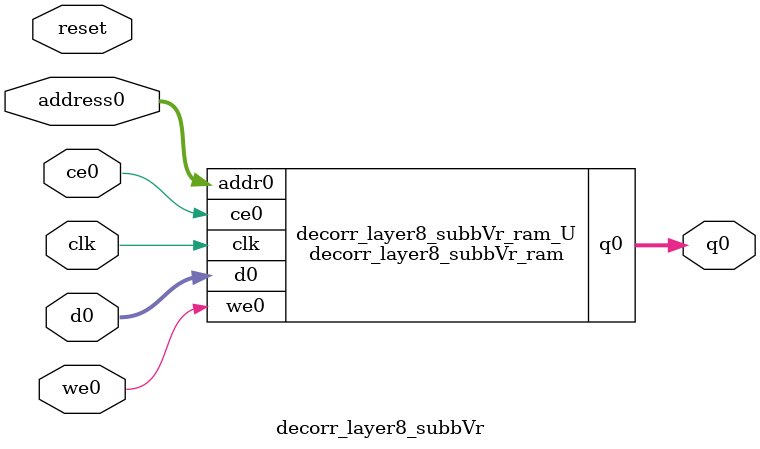
<source format=v>
`timescale 1 ns / 1 ps
module decorr_layer8_subbVr_ram (addr0, ce0, d0, we0, q0,  clk);

parameter DWIDTH = 5;
parameter AWIDTH = 7;
parameter MEM_SIZE = 81;

input[AWIDTH-1:0] addr0;
input ce0;
input[DWIDTH-1:0] d0;
input we0;
output reg[DWIDTH-1:0] q0;
input clk;

(* ram_style = "distributed" *)reg [DWIDTH-1:0] ram[0:MEM_SIZE-1];




always @(posedge clk)  
begin 
    if (ce0) 
    begin
        if (we0) 
        begin 
            ram[addr0] <= d0; 
        end 
        q0 <= ram[addr0];
    end
end


endmodule

`timescale 1 ns / 1 ps
module decorr_layer8_subbVr(
    reset,
    clk,
    address0,
    ce0,
    we0,
    d0,
    q0);

parameter DataWidth = 32'd5;
parameter AddressRange = 32'd81;
parameter AddressWidth = 32'd7;
input reset;
input clk;
input[AddressWidth - 1:0] address0;
input ce0;
input we0;
input[DataWidth - 1:0] d0;
output[DataWidth - 1:0] q0;



decorr_layer8_subbVr_ram decorr_layer8_subbVr_ram_U(
    .clk( clk ),
    .addr0( address0 ),
    .ce0( ce0 ),
    .we0( we0 ),
    .d0( d0 ),
    .q0( q0 ));

endmodule


</source>
